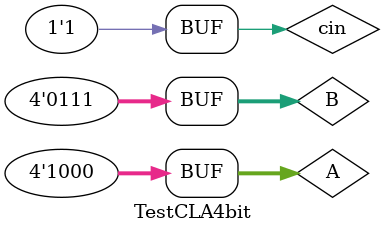
<source format=v>
`timescale 1ns / 1ps


module TestCLA4bit;

	// Inputs
	reg [3:0] A;
	reg [3:0] B;
	reg cin;

	// Outputs
	wire [3:0] sum;
	wire cout;

	// Instantiate the Unit Under Test (UUT)
	CLA4bit uut (
		.A(A), 
		.B(B), 
		.cin(cin), 
		.sum(sum), 
		.cout(cout)
	);

	initial begin
		$monitor ("A = %d, B = %d, cin = %d, sum = %d, cout = %d", A, B, cin, sum, cout);
		// Initialize Inputs
		// general case
		A = 4'd8; B = 4'd5; cin = 0;
		#100;
		A = 4'd2; B = 4'd3; cin = 0;
		#100;
		A = 4'd2; B = 4'd3; cin = 1;
		#100;

		// corner case
		A = 4'd10; B = 4'd5; cin = 0;
		#100;
		A = 4'd10; B = 4'd5; cin = 1;
		#100;
		A = 4'd8; B = 4'd7; cin = 0;
		#100;
		A = 4'd8; B = 4'd7; cin = 1;
	end
      
endmodule


</source>
